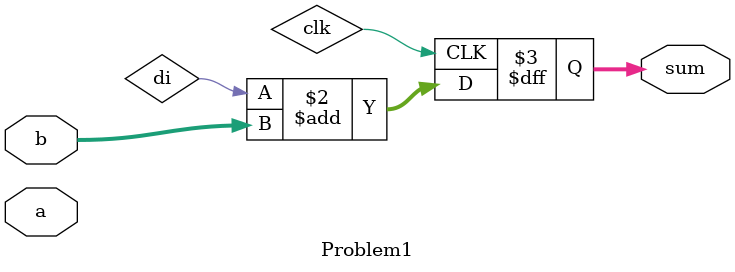
<source format=sv>
module Problem1(input [3:0] a, b, output [3:0] sum);
  logic di;
  logic clk;
  reg [3:0] sum;
  always @ (posedge clk) begin
    sum <= di + b;
  end
endmodule
</source>
